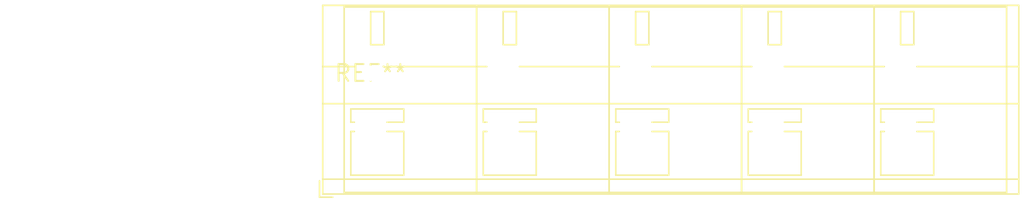
<source format=kicad_pcb>
(kicad_pcb (version 20240108) (generator pcbnew)
  (layers (0 "F.Cu" signal) (31 "B.Cu" signal) (34 "B.Paste" user) (35 "F.Paste" user) (36 "B.SilkS" user "B.Silkscreen") (37 "F.SilkS" user "F.Silkscreen") (38 "B.Mask" user) (39 "F.Mask" user) (44 "Edge.Cuts" user))
  (net 0 "")
  (footprint "TerminalBlock_WAGO_236-605_1x05_P10.00mm_45Degree" (layer "F.Cu") (at 0 0)
    (property "Reference" "REF**")
    (property "Value" "TerminalBlock_WAGO_236-605_1x05_P10.00mm_45Degree")
    (fp_line (start -3.86 8.12) (end -3.86 9.36) (layer "F.SilkS") (stroke (width 0.12)))
    (fp_line (start -3.86 9.36) (end -2.86 9.36) (layer "F.SilkS") (stroke (width 0.12)))
    (fp_line (start -3.62 -5.12) (end -3.62 9.12) (layer "F.SilkS") (stroke (width 0.12)))
    (fp_line (start -3.62 -5.12) (end 48.92 -5.12) (layer "F.SilkS") (stroke (width 0.12)))
    (fp_line (start -3.62 -0.5) (end -1.23 -0.5) (layer "F.SilkS") (stroke (width 0.12)))
    (fp_line (start -3.62 2.3) (end 48.92 2.3) (layer "F.SilkS") (stroke (width 0.12)))
    (fp_line (start -3.62 8) (end 48.92 8) (layer "F.SilkS") (stroke (width 0.12)))
    (fp_line (start -3.62 9.12) (end 48.92 9.12) (layer "F.SilkS") (stroke (width 0.12)))
    (fp_line (start -2 -5) (end -2 9) (layer "F.SilkS") (stroke (width 0.12)))
    (fp_line (start -2 -5) (end 8 -5) (layer "F.SilkS") (stroke (width 0.12)))
    (fp_line (start -2 9) (end 8 9) (layer "F.SilkS") (stroke (width 0.12)))
    (fp_line (start -1.5 2.7) (end -1.5 3.7) (layer "F.SilkS") (stroke (width 0.12)))
    (fp_line (start -1.5 2.7) (end 2.5 2.7) (layer "F.SilkS") (stroke (width 0.12)))
    (fp_line (start -1.5 3.7) (end -1.23 3.7) (layer "F.SilkS") (stroke (width 0.12)))
    (fp_line (start -1.5 4.4) (end -1.5 7.7) (layer "F.SilkS") (stroke (width 0.12)))
    (fp_line (start -1.5 4.4) (end -1.23 4.4) (layer "F.SilkS") (stroke (width 0.12)))
    (fp_line (start -1.5 7.7) (end 2.5 7.7) (layer "F.SilkS") (stroke (width 0.12)))
    (fp_line (start 0 -4.65) (end 0 -2.151) (layer "F.SilkS") (stroke (width 0.12)))
    (fp_line (start 0 -4.65) (end 1 -4.65) (layer "F.SilkS") (stroke (width 0.12)))
    (fp_line (start 0 -2.151) (end 1 -2.151) (layer "F.SilkS") (stroke (width 0.12)))
    (fp_line (start 1 -4.65) (end 1 -2.151) (layer "F.SilkS") (stroke (width 0.12)))
    (fp_line (start 1.23 -0.5) (end 8.77 -0.5) (layer "F.SilkS") (stroke (width 0.12)))
    (fp_line (start 1.23 3.7) (end 2.5 3.7) (layer "F.SilkS") (stroke (width 0.12)))
    (fp_line (start 1.23 4.4) (end 2.5 4.4) (layer "F.SilkS") (stroke (width 0.12)))
    (fp_line (start 2.5 2.7) (end 2.5 3.7) (layer "F.SilkS") (stroke (width 0.12)))
    (fp_line (start 2.5 4.4) (end 2.5 7.7) (layer "F.SilkS") (stroke (width 0.12)))
    (fp_line (start 8 -5) (end 8 9) (layer "F.SilkS") (stroke (width 0.12)))
    (fp_line (start 8 -5) (end 8 9) (layer "F.SilkS") (stroke (width 0.12)))
    (fp_line (start 8 -5) (end 18 -5) (layer "F.SilkS") (stroke (width 0.12)))
    (fp_line (start 8 9) (end 18 9) (layer "F.SilkS") (stroke (width 0.12)))
    (fp_line (start 8.5 2.7) (end 8.5 3.7) (layer "F.SilkS") (stroke (width 0.12)))
    (fp_line (start 8.5 2.7) (end 12.5 2.7) (layer "F.SilkS") (stroke (width 0.12)))
    (fp_line (start 8.5 3.7) (end 8.77 3.7) (layer "F.SilkS") (stroke (width 0.12)))
    (fp_line (start 8.5 4.4) (end 8.5 7.7) (layer "F.SilkS") (stroke (width 0.12)))
    (fp_line (start 8.5 4.4) (end 8.77 4.4) (layer "F.SilkS") (stroke (width 0.12)))
    (fp_line (start 8.5 7.7) (end 12.5 7.7) (layer "F.SilkS") (stroke (width 0.12)))
    (fp_line (start 10 -4.65) (end 10 -2.151) (layer "F.SilkS") (stroke (width 0.12)))
    (fp_line (start 10 -4.65) (end 11 -4.65) (layer "F.SilkS") (stroke (width 0.12)))
    (fp_line (start 10 -2.151) (end 11 -2.151) (layer "F.SilkS") (stroke (width 0.12)))
    (fp_line (start 11 -4.65) (end 11 -2.151) (layer "F.SilkS") (stroke (width 0.12)))
    (fp_line (start 11.23 -0.5) (end 18.77 -0.5) (layer "F.SilkS") (stroke (width 0.12)))
    (fp_line (start 11.23 3.7) (end 12.5 3.7) (layer "F.SilkS") (stroke (width 0.12)))
    (fp_line (start 11.23 4.4) (end 12.5 4.4) (layer "F.SilkS") (stroke (width 0.12)))
    (fp_line (start 12.5 2.7) (end 12.5 3.7) (layer "F.SilkS") (stroke (width 0.12)))
    (fp_line (start 12.5 4.4) (end 12.5 7.7) (layer "F.SilkS") (stroke (width 0.12)))
    (fp_line (start 18 -5) (end 18 9) (layer "F.SilkS") (stroke (width 0.12)))
    (fp_line (start 18 -5) (end 18 9) (layer "F.SilkS") (stroke (width 0.12)))
    (fp_line (start 18 -5) (end 28 -5) (layer "F.SilkS") (stroke (width 0.12)))
    (fp_line (start 18 9) (end 28 9) (layer "F.SilkS") (stroke (width 0.12)))
    (fp_line (start 18.5 2.7) (end 18.5 3.7) (layer "F.SilkS") (stroke (width 0.12)))
    (fp_line (start 18.5 2.7) (end 22.5 2.7) (layer "F.SilkS") (stroke (width 0.12)))
    (fp_line (start 18.5 3.7) (end 18.77 3.7) (layer "F.SilkS") (stroke (width 0.12)))
    (fp_line (start 18.5 4.4) (end 18.5 7.7) (layer "F.SilkS") (stroke (width 0.12)))
    (fp_line (start 18.5 4.4) (end 18.77 4.4) (layer "F.SilkS") (stroke (width 0.12)))
    (fp_line (start 18.5 7.7) (end 22.5 7.7) (layer "F.SilkS") (stroke (width 0.12)))
    (fp_line (start 20 -4.65) (end 20 -2.151) (layer "F.SilkS") (stroke (width 0.12)))
    (fp_line (start 20 -4.65) (end 21 -4.65) (layer "F.SilkS") (stroke (width 0.12)))
    (fp_line (start 20 -2.151) (end 21 -2.151) (layer "F.SilkS") (stroke (width 0.12)))
    (fp_line (start 21 -4.65) (end 21 -2.151) (layer "F.SilkS") (stroke (width 0.12)))
    (fp_line (start 21.23 -0.5) (end 28.77 -0.5) (layer "F.SilkS") (stroke (width 0.12)))
    (fp_line (start 21.23 3.7) (end 22.5 3.7) (layer "F.SilkS") (stroke (width 0.12)))
    (fp_line (start 21.23 4.4) (end 22.5 4.4) (layer "F.SilkS") (stroke (width 0.12)))
    (fp_line (start 22.5 2.7) (end 22.5 3.7) (layer "F.SilkS") (stroke (width 0.12)))
    (fp_line (start 22.5 4.4) (end 22.5 7.7) (layer "F.SilkS") (stroke (width 0.12)))
    (fp_line (start 28 -5) (end 28 9) (layer "F.SilkS") (stroke (width 0.12)))
    (fp_line (start 28 -5) (end 28 9) (layer "F.SilkS") (stroke (width 0.12)))
    (fp_line (start 28 -5) (end 38 -5) (layer "F.SilkS") (stroke (width 0.12)))
    (fp_line (start 28 9) (end 38 9) (layer "F.SilkS") (stroke (width 0.12)))
    (fp_line (start 28.5 2.7) (end 28.5 3.7) (layer "F.SilkS") (stroke (width 0.12)))
    (fp_line (start 28.5 2.7) (end 32.5 2.7) (layer "F.SilkS") (stroke (width 0.12)))
    (fp_line (start 28.5 3.7) (end 28.77 3.7) (layer "F.SilkS") (stroke (width 0.12)))
    (fp_line (start 28.5 4.4) (end 28.5 7.7) (layer "F.SilkS") (stroke (width 0.12)))
    (fp_line (start 28.5 4.4) (end 28.77 4.4) (layer "F.SilkS") (stroke (width 0.12)))
    (fp_line (start 28.5 7.7) (end 32.5 7.7) (layer "F.SilkS") (stroke (width 0.12)))
    (fp_line (start 30 -4.65) (end 30 -2.151) (layer "F.SilkS") (stroke (width 0.12)))
    (fp_line (start 30 -4.65) (end 31 -4.65) (layer "F.SilkS") (stroke (width 0.12)))
    (fp_line (start 30 -2.151) (end 31 -2.151) (layer "F.SilkS") (stroke (width 0.12)))
    (fp_line (start 31 -4.65) (end 31 -2.151) (layer "F.SilkS") (stroke (width 0.12)))
    (fp_line (start 31.23 -0.5) (end 38.77 -0.5) (layer "F.SilkS") (stroke (width 0.12)))
    (fp_line (start 31.23 3.7) (end 32.5 3.7) (layer "F.SilkS") (stroke (width 0.12)))
    (fp_line (start 31.23 4.4) (end 32.5 4.4) (layer "F.SilkS") (stroke (width 0.12)))
    (fp_line (start 32.5 2.7) (end 32.5 3.7) (layer "F.SilkS") (stroke (width 0.12)))
    (fp_line (start 32.5 4.4) (end 32.5 7.7) (layer "F.SilkS") (stroke (width 0.12)))
    (fp_line (start 38 -5) (end 38 9) (layer "F.SilkS") (stroke (width 0.12)))
    (fp_line (start 38 -5) (end 38 9) (layer "F.SilkS") (stroke (width 0.12)))
    (fp_line (start 38 -5) (end 48 -5) (layer "F.SilkS") (stroke (width 0.12)))
    (fp_line (start 38 9) (end 48 9) (layer "F.SilkS") (stroke (width 0.12)))
    (fp_line (start 38.5 2.7) (end 38.5 3.7) (layer "F.SilkS") (stroke (width 0.12)))
    (fp_line (start 38.5 2.7) (end 42.5 2.7) (layer "F.SilkS") (stroke (width 0.12)))
    (fp_line (start 38.5 3.7) (end 38.77 3.7) (layer "F.SilkS") (stroke (width 0.12)))
    (fp_line (start 38.5 4.4) (end 38.5 7.7) (layer "F.SilkS") (stroke (width 0.12)))
    (fp_line (start 38.5 4.4) (end 38.77 4.4) (layer "F.SilkS") (stroke (width 0.12)))
    (fp_line (start 38.5 7.7) (end 42.5 7.7) (layer "F.SilkS") (stroke (width 0.12)))
    (fp_line (start 40 -4.65) (end 40 -2.151) (layer "F.SilkS") (stroke (width 0.12)))
    (fp_line (start 40 -4.65) (end 41 -4.65) (layer "F.SilkS") (stroke (width 0.12)))
    (fp_line (start 40 -2.151) (end 41 -2.151) (layer "F.SilkS") (stroke (width 0.12)))
    (fp_line (start 41 -4.65) (end 41 -2.151) (layer "F.SilkS") (stroke (width 0.12)))
    (fp_line (start 41.23 -0.5) (end 48.92 -0.5) (layer "F.SilkS") (stroke (width 0.12)))
    (fp_line (start 41.23 3.7) (end 42.5 3.7) (layer "F.SilkS") (stroke (width 0.12)))
    (fp_line (start 41.23 4.4) (end 42.5 4.4) (layer "F.SilkS") (stroke (width 0.12)))
    (fp_line (start 42.5 2.7) (end 42.5 3.7) (layer "F.SilkS") (stroke (width 0.12)))
    (fp_line (start 42.5 4.4) (end 42.5 7.7) (layer "F.SilkS") (stroke (width 0.12)))
    (fp_line (start 48 -5) (end 48 9) (layer "F.SilkS") (stroke (width 0.12)))
    (fp_line (start 48.92 -5.12) (end 48.92 9.12) (layer "F.SilkS") (stroke (width 0.12)))
    (pad "1" thru_hole rect (at 0 0) (size 1.5 3) (drill 1.15) (layers *.Cu *.Mask) (remove_unused_layers))
    (pad "1" thru_hole rect (at 0 5) (size 1.5 3) (drill 1.15) (layers *.Cu *.Mask) (remove_unused_layers))
    (pad "2" thru_hole oval (at 10 0) (size 1.5 3) (drill 1.15) (layers *.Cu *.Mask) (remove_unused_layers))
    (pad "2" thru_hole oval (at 10 5) (size 1.5 3) (drill 1.15) (layers *.Cu *.Mask) (remove_unused_layers))
    (pad "3" thru_hole oval (at 20 0) (size 1.5 3) (drill 1.15) (layers *.Cu *.Mask) (remove_unused_layers))
    (pad "3" thru_hole oval (at 20 5) (size 1.5 3) (drill 1.15) (layers *.Cu *.Mask) (remove_unused_layers))
    (pad "4" thru_hole oval (at 30 0) (size 1.5 3) (drill 1.15) (layers *.Cu *.Mask) (remove_unused_layers))
    (pad "4" thru_hole oval (at 30 5) (size 1.5 3) (drill 1.15) (layers *.Cu *.Mask) (remove_unused_layers))
    (pad "5" thru_hole oval (at 40 0) (size 1.5 3) (drill 1.15) (layers *.Cu *.Mask) (remove_unused_layers))
    (pad "5" thru_hole oval (at 40 5) (size 1.5 3) (drill 1.15) (layers *.Cu *.Mask) (remove_unused_layers))
  )
)
</source>
